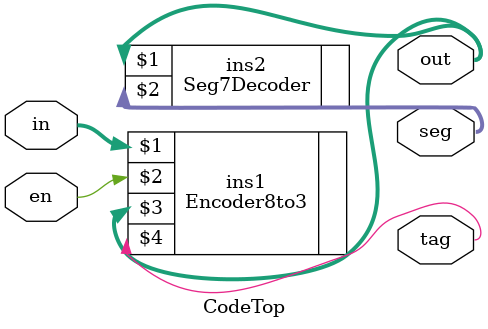
<source format=v>
module CodeTop(
    input [7:0] in,
    input en,
    output [2:0] out,
    output tag,
    output [6:0] seg
);
    Encoder8to3 ins1(in,en,out,tag);
    Seg7Decoder ins2(out,seg);
endmodule // CodeTop

</source>
